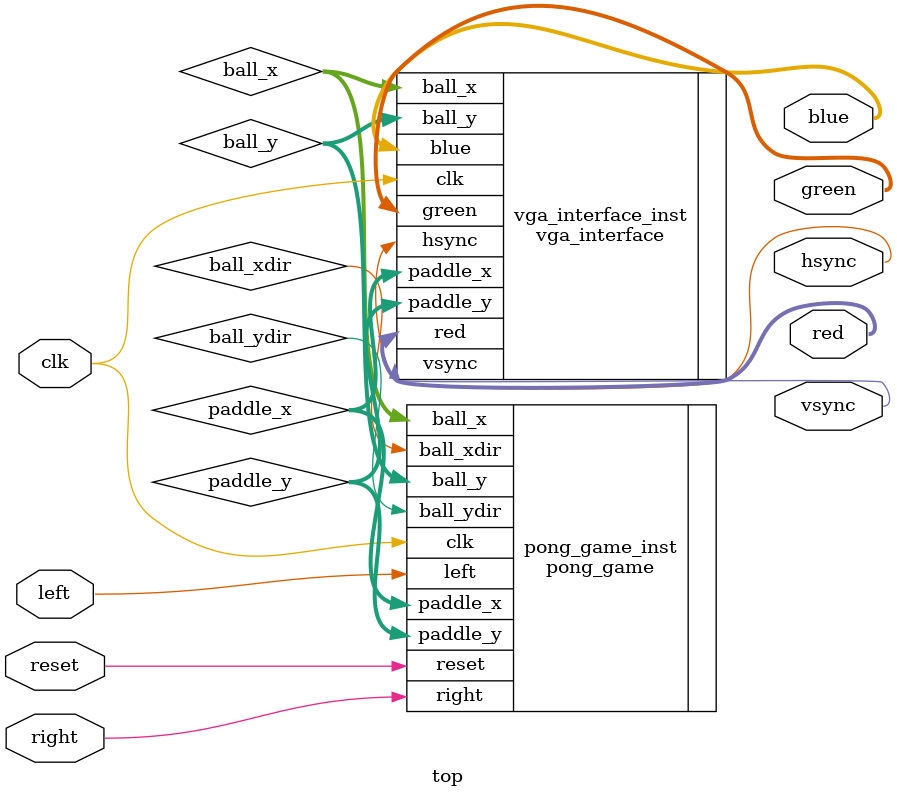
<source format=v>
`timescale 1ns / 1ps


module top (
    input wire clk,
    input wire reset,
    input wire left,
    input wire right,
    output wire hsync,
    output wire vsync,
    output wire [2:0] red,
    output wire [2:0] green,
    output wire [2:0] blue
);

    wire [9:0] ball_x;
    wire [9:0] ball_y;
    wire [9:0] paddle_x;
    wire [9:0] paddle_y;
    wire ball_xdir;
    wire ball_ydir;
    
    pong_game pong_game_inst (
        .clk(clk),
        .reset(reset),
        .left(left),
        .right(right),
        .ball_x(ball_x),
        .ball_y(ball_y),
        .paddle_x(paddle_x),
        .paddle_y(paddle_y),
        .ball_xdir(ball_xdir),
        .ball_ydir(ball_ydir)
    );
    
    vga_interface vga_interface_inst (
        .clk(clk),
        .ball_x(ball_x),
        .ball_y(ball_y),
        .paddle_x(paddle_x),
        .paddle_y(paddle_y),
        .hsync(hsync),
        .vsync(vsync),
        .red(red),
        .green(green),
        .blue(blue)
    );

endmodule

</source>
